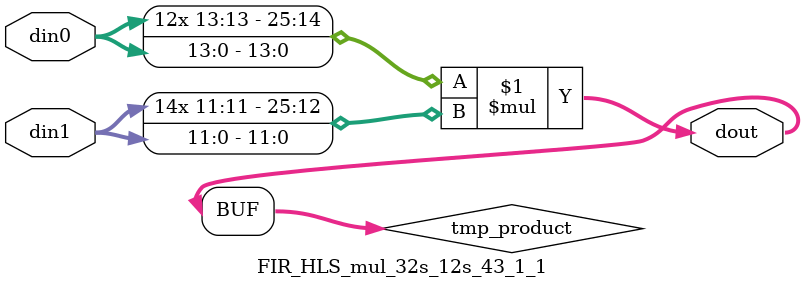
<source format=v>

`timescale 1 ns / 1 ps

 module FIR_HLS_mul_32s_12s_43_1_1(din0, din1, dout);
parameter ID = 1;
parameter NUM_STAGE = 0;
parameter din0_WIDTH = 14;
parameter din1_WIDTH = 12;
parameter dout_WIDTH = 26;

input [din0_WIDTH - 1 : 0] din0; 
input [din1_WIDTH - 1 : 0] din1; 
output [dout_WIDTH - 1 : 0] dout;

wire signed [dout_WIDTH - 1 : 0] tmp_product;



























assign tmp_product = $signed(din0) * $signed(din1);








assign dout = tmp_product;





















endmodule

</source>
